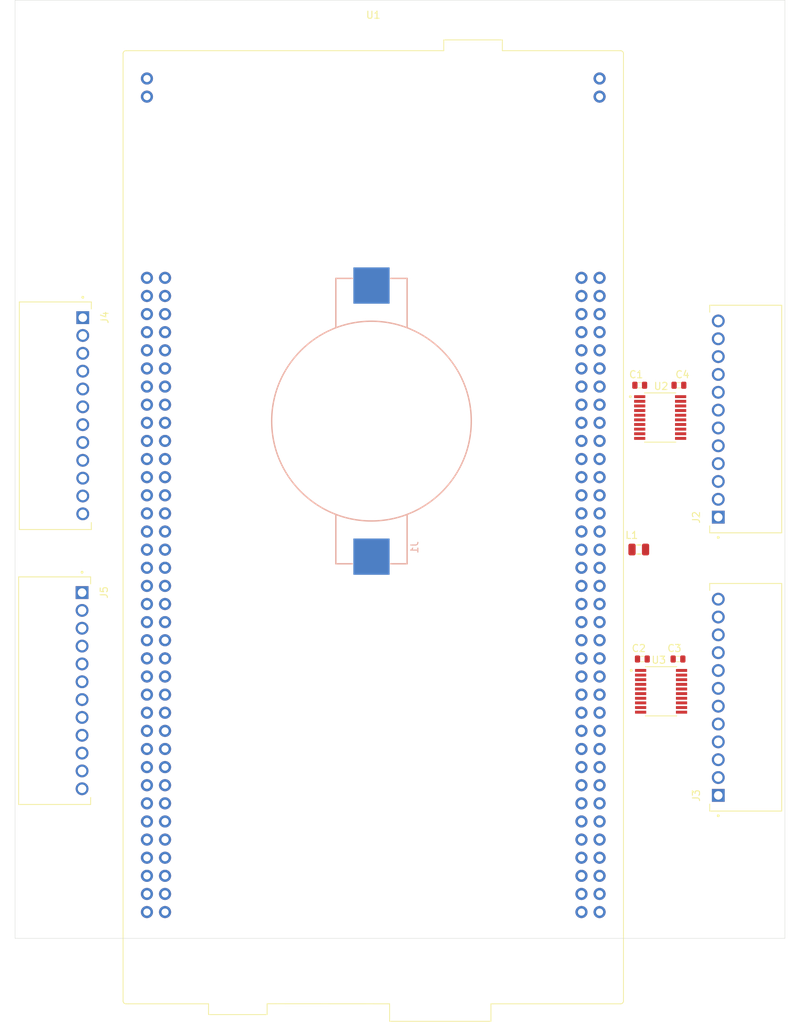
<source format=kicad_pcb>
(kicad_pcb (version 20240108) (generator "pcbnew") (generator_version "8.0")
  (layers (0 "F.Cu" signal) (31 "B.Cu" signal) (34 "B.Paste" user) (35 "F.Paste" user) (36 "B.SilkS" user "B.Silkscreen") (37 "F.SilkS" user "F.Silkscreen") (38 "B.Mask" user) (39 "F.Mask" user) (44 "Edge.Cuts" user))
  (net 0 "")
  (net 1 "GND")
  (net 2 "+3.3V")
  (net 3 "+5V")
  (net 4 "Net-(J1-+)")
  (net 5 "/Translator 5V/5V_GPIO7")
  (net 6 "/Translator 5V/5V_GPIO15")
  (net 7 "/Nucleo/3.3V_GPIO15")
  (net 8 "/Nucleo/3.3V_GPIO7")
  (net 9 "Net-(U1-AGND)")
  (net 137 "/Translator 5V/5V_GPIO3")
  (net 138 "/Nucleo/CV_GPIO7")
  (net 139 "/Nucleo/CV_GPIO6")
  (net 140 "/Nucleo/CV_GPIO2")
  (net 141 "/Nucleo/CV_GPIO3")
  (net 142 "/Translator 5V/5V_GPIO2")
  (net 143 "/Nucleo/CV_GPIO0")
  (net 144 "/Translator 5V/5V_GPIO5")
  (net 145 "/Nucleo/CV_GPIO5")
  (net 147 "/Translator 5V/5V_GPIO0")
  (net 148 "/Translator 5V/5V_GPIO6")
  (net 149 "/Nucleo/CV_GPIO4")
  (net 150 "/Translator 5V/5V_GPIO1")
  (net 151 "/Nucleo/CV_GPIO1")
  (net 152 "/Nucleo/CV_GPIO11")
  (net 153 "/Translator 5V/5V_GPIO14")
  (net 154 "/Nucleo/CV_GPIO15")
  (net 156 "/Nucleo/CV_GPIO13")
  (net 157 "/Translator 5V/5V_GPIO9")
  (net 158 "/Translator 5V/5V_GPIO8")
  (net 159 "/Translator 5V/5V_GPIO10")
  (net 160 "/Nucleo/CV_GPIO12")
  (net 161 "/Translator 5V/5V_GPIO13")
  (net 162 "/Nucleo/CV_GPIO8")
  (net 163 "/Translator 5V/5V_GPIO12")
  (net 164 "/Nucleo/CV_GPIO9")
  (net 165 "/Translator 5V/5V_GPIO11")
  (net 166 "/Nucleo/CV_GPIO14")
  (net 167 "/Nucleo/CV_GPIO10")
  (net 168 "/Nucleo/3.3V_GPIO9")
  (net 169 "/Nucleo/3.3V_GPIO8")
  (net 170 "/Nucleo/3.3V_GPIO14")
  (net 171 "/Nucleo/3.3V_GPIO12")
  (net 172 "/Nucleo/3.3V_GPIO13")
  (net 173 "/Nucleo/3.3V_GPIO10")
  (net 174 "/Nucleo/3.3V_GPIO11")
  (net 175 "/Nucleo/3.3V_GPIO6")
  (net 176 "/Nucleo/3.3V_GPIO5")
  (net 177 "/Nucleo/3.3V_GPIO0")
  (net 178 "/Nucleo/3.3V_GPIO1")
  (net 179 "/Nucleo/3.3V_GPIO2")
  (net 180 "/Nucleo/3.3V_GPIO4")
  (net 181 "/Nucleo/3.3V_GPIO3")
  (net 182 "/Translator 5V/5V_GPIO4")
  (footprint "Module:ST_Morpho_Connector_144_STLink" (layer "F.Cu") (at 123.5 57.42)
    (property "Reference" "U1" (at 31.75 -36.83 0) (layer "F.SilkS"))
    (property "Value" "NUCLEO144-H743ZI")
    (fp_line (start -3.35 -31.44) (end -3.35 101.36) (stroke (width 0.12)) (layer "F.SilkS"))
    (fp_line (start 8.64 101.76) (end -2.95 101.76) (stroke (width 0.12)) (layer "F.SilkS"))
    (fp_line (start 8.64 101.76) (end 8.64 103.27) (stroke (width 0.12)) (layer "F.SilkS"))
    (fp_line (start 8.64 103.27) (end 16.86 103.27) (stroke (width 0.12)) (layer "F.SilkS"))
    (fp_line (start 16.86 103.27) (end 16.86 101.75) (stroke (width 0.12)) (layer "F.SilkS"))
    (fp_line (start 34.04 101.76) (end 16.86 101.75) (stroke (width 0.12)) (layer "F.SilkS"))
    (fp_line (start 34.04 104.21) (end 34.04 101.76) (stroke (width 0.12)) (layer "F.SilkS"))
    (fp_line (start 41.64 -33.35) (end 49.86 -33.35) (stroke (width 0.12)) (layer "F.SilkS"))
    (fp_line (start 41.64 -31.84) (end -2.95 -31.84) (stroke (width 0.12)) (layer "F.SilkS"))
    (fp_line (start 41.64 -31.84) (end 41.64 -33.35) (stroke (width 0.12)) (layer "F.SilkS"))
    (fp_line (start 48.26 101.76) (end 48.26 104.21) (stroke (width 0.12)) (layer "F.SilkS"))
    (fp_line (start 48.26 101.76) (end 66.45 101.76) (stroke (width 0.12)) (layer "F.SilkS"))
    (fp_line (start 48.26 104.21) (end 34.04 104.21) (stroke (width 0.12)) (layer "F.SilkS"))
    (fp_line (start 49.86 -33.35) (end 49.86 -31.84) (stroke (width 0.12)) (layer "F.SilkS"))
    (fp_line (start 49.86 -31.84) (end 66.45 -31.84) (stroke (width 0.12)) (layer "F.SilkS"))
    (fp_line (start 66.85 101.36) (end 66.85 -31.44) (stroke (width 0.12)) (layer "F.SilkS"))
    (fp_arc (start -3.35 -31.44) (mid -3.232843 -31.722843) (end -2.95 -31.84) (stroke (width 0.12)) (layer "F.SilkS"))
    (fp_arc (start -2.95 101.76) (mid -3.232843 101.642843) (end -3.35 101.36) (stroke (width 0.12)) (layer "F.SilkS"))
    (fp_arc (start 66.45 -31.84) (mid 66.732843 -31.722843) (end 66.85 -31.44) (stroke (width 0.12)) (layer "F.SilkS"))
    (fp_arc (start 66.85 101.36) (mid 66.732843 101.642843) (end 66.45 101.76) (stroke (width 0.12)) (layer "F.SilkS"))
    (pad "1" thru_hole circle (at 0 0) (size 1.7 1.7) (drill 1) (layers "*.Cu" "*.Mask"))
    (pad "2" thru_hole circle (at 2.54 0) (size 1.7 1.7) (drill 1) (layers "*.Cu" "*.Mask"))
    (pad "3" thru_hole circle (at 0 2.54) (size 1.7 1.7) (drill 1) (layers "*.Cu" "*.Mask"))
    (pad "4" thru_hole circle (at 2.54 2.54) (size 1.7 1.7) (drill 1) (layers "*.Cu" "*.Mask"))
    (pad "5" thru_hole circle (at 0 5.08) (size 1.7 1.7) (drill 1) (layers "*.Cu" "*.Mask"))
    (pad "6" thru_hole circle (at 2.54 5.08) (size 1.7 1.7) (drill 1) (layers "*.Cu" "*.Mask"))
    (pad "7" thru_hole circle (at 0 7.62) (size 1.7 1.7) (drill 1) (layers "*.Cu" "*.Mask"))
    (pad "8" thru_hole circle (at 2.54 7.62) (size 1.7 1.7) (drill 1) (layers "*.Cu" "*.Mask") (net 1 "GND"))
    (pad "9" thru_hole circle (at 0 10.16) (size 1.7 1.7) (drill 1) (layers "*.Cu" "*.Mask"))
    (pad "10" thru_hole circle (at 2.54 10.16) (size 1.7 1.7) (drill 1) (layers "*.Cu" "*.Mask"))
    (pad "11" thru_hole circle (at 0 12.7) (size 1.7 1.7) (drill 1) (layers "*.Cu" "*.Mask"))
    (pad "12" thru_hole circle (at 2.54 12.7) (size 1.7 1.7) (drill 1) (layers "*.Cu" "*.Mask"))
    (pad "13" thru_hole circle (at 0 15.24) (size 1.7 1.7) (drill 1) (layers "*.Cu" "*.Mask"))
    (pad "14" thru_hole circle (at 2.54 15.24) (size 1.7 1.7) (drill 1) (layers "*.Cu" "*.Mask"))
    (pad "15" thru_hole circle (at 0 17.78) (size 1.7 1.7) (drill 1) (layers "*.Cu" "*.Mask"))
    (pad "16" thru_hole circle (at 2.54 17.78) (size 1.7 1.7) (drill 1) (layers "*.Cu" "*.Mask"))
    (pad "17" thru_hole circle (at 0 20.32) (size 1.7 1.7) (drill 1) (layers "*.Cu" "*.Mask"))
    (pad "18" thru_hole circle (at 2.54 20.32) (size 1.7 1.7) (drill 1) (layers "*.Cu" "*.Mask"))
    (pad "19" thru_hole circle (at 0 22.86) (size 1.7 1.7) (drill 1) (layers "*.Cu" "*.Mask") (net 1 "GND"))
    (pad "20" thru_hole circle (at 2.54 22.86) (size 1.7 1.7) (drill 1) (layers "*.Cu" "*.Mask") (net 1 "GND"))
    (pad "21" thru_hole circle (at 0 25.4) (size 1.7 1.7) (drill 1) (layers "*.Cu" "*.Mask"))
    (pad "22" thru_hole circle (at 2.54 25.4) (size 1.7 1.7) (drill 1) (layers "*.Cu" "*.Mask") (net 1 "GND"))
    (pad "23" thru_hole circle (at 0 27.94) (size 1.7 1.7) (drill 1) (layers "*.Cu" "*.Mask"))
    (pad "24" thru_hole circle (at 2.54 27.94) (size 1.7 1.7) (drill 1) (layers "*.Cu" "*.Mask"))
    (pad "25" thru_hole circle (at 0 30.48) (size 1.7 1.7) (drill 1) (layers "*.Cu" "*.Mask"))
    (pad "26" thru_hole circle (at 2.54 30.48) (size 1.7 1.7) (drill 1) (layers "*.Cu" "*.Mask"))
    (pad "27" thru_hole circle (at 0 33.02) (size 1.7 1.7) (drill 1) (layers "*.Cu" "*.Mask"))
    (pad "28" thru_hole circle (at 2.54 33.02) (size 1.7 1.7) (drill 1) (layers "*.Cu" "*.Mask"))
    (pad "29" thru_hole circle (at 0 35.56) (size 1.7 1.7) (drill 1) (layers "*.Cu" "*.Mask"))
    (pad "30" thru_hole circle (at 2.54 35.56) (size 1.7 1.7) (drill 1) (layers "*.Cu" "*.Mask"))
    (pad "31" thru_hole circle (at 0 38.1) (size 1.7 1.7) (drill 1) (layers "*.Cu" "*.Mask"))
    (pad "32" thru_hole circle (at 2.54 38.1) (size 1.7 1.7) (drill 1) (layers "*.Cu" "*.Mask"))
    (pad "33" thru_hole circle (at 0 40.64) (size 1.7 1.7) (drill 1) (layers "*.Cu" "*.Mask") (net 4 "Net-(J1-+)"))
    (pad "34" thru_hole circle (at 2.54 40.64) (size 1.7 1.7) (drill 1) (layers "*.Cu" "*.Mask"))
    (pad "35" thru_hole circle (at 0 43.18) (size 1.7 1.7) (drill 1) (layers "*.Cu" "*.Mask"))
    (pad "36" thru_hole circle (at 2.54 43.18) (size 1.7 1.7) (drill 1) (layers "*.Cu" "*.Mask"))
    (pad "37" thru_hole circle (at 0 45.72) (size 1.7 1.7) (drill 1) (layers "*.Cu" "*.Mask"))
    (pad "38" thru_hole circle (at 2.54 45.72) (size 1.7 1.7) (drill 1) (layers "*.Cu" "*.Mask"))
    (pad "39" thru_hole circle (at 0 48.26) (size 1.7 1.7) (drill 1) (layers "*.Cu" "*.Mask"))
    (pad "40" thru_hole circle (at 2.54 48.26) (size 1.7 1.7) (drill 1) (layers "*.Cu" "*.Mask"))
    (pad "41" thru_hole circle (at 0 50.8) (size 1.7 1.7) (drill 1) (layers "*.Cu" "*.Mask"))
    (pad "42" thru_hole circle (at 2.54 50.8) (size 1.7 1.7) (drill 1) (layers "*.Cu" "*.Mask"))
    (pad "43" thru_hole circle (at 0 53.34) (size 1.7 1.7) (drill 1) (layers "*.Cu" "*.Mask"))
    (pad "44" thru_hole circle (at 2.54 53.34) (size 1.7 1.7) (drill 1) (layers "*.Cu" "*.Mask"))
    (pad "45" thru_hole circle (at 0 55.88) (size 1.7 1.7) (drill 1) (layers "*.Cu" "*.Mask"))
    (pad "46" thru_hole circle (at 2.54 55.88) (size 1.7 1.7) (drill 1) (layers "*.Cu" "*.Mask"))
    (pad "47" thru_hole circle (at 0 58.42) (size 1.7 1.7) (drill 1) (layers "*.Cu" "*.Mask"))
    (pad "48" thru_hole circle (at 2.54 58.42) (size 1.7 1.7) (drill 1) (layers "*.Cu" "*.Mask"))
    (pad "49" thru_hole circle (at 0 60.96) (size 1.7 1.7) (drill 1) (layers "*.Cu" "*.Mask") (net 1 "GND"))
    (pad "50" thru_hole circle (at 2.54 60.96) (size 1.7 1.7) (drill 1) (layers "*.Cu" "*.Mask"))
    (pad "51" thru_hole circle (at 0 63.5) (size 1.7 1.7) (drill 1) (layers "*.Cu" "*.Mask"))
    (pad "52" thru_hole circle (at 2.54 63.5) (size 1.7 1.7) (drill 1) (layers "*.Cu" "*.Mask"))
    (pad "53" thru_hole circle (at 0 66.04) (size 1.7 1.7) (drill 1) (layers "*.Cu" "*.Mask"))
    (pad "54" thru_hole circle (at 2.54 66.04) (size 1.7 1.7) (drill 1) (layers "*.Cu" "*.Mask"))
    (pad "55" thru_hole circle (at 0 68.58) (size 1.7 1.7) (drill 1) (layers "*.Cu" "*.Mask"))
    (pad "56" thru_hole circle (at 2.54 68.58) (size 1.7 1.7) (drill 1) (layers "*.Cu" "*.Mask"))
    (pad "57" thru_hole circle (at 0 71.12) (size 1.7 1.7) (drill 1) (layers "*.Cu" "*.Mask"))
    (pad "58" thru_hole circle (at 2.54 71.12) (size 1.7 1.7) (drill 1) (layers "*.Cu" "*.Mask"))
    (pad "59" thru_hole circle (at 0 73.66) (size 1.7 1.7) (drill 1) (layers "*.Cu" "*.Mask"))
    (pad "60" thru_hole circle (at 2.54 73.66) (size 1.7 1.7) (drill 1) (layers "*.Cu" "*.Mask") (net 1 "GND"))
    (pad "61" thru_hole circle (at 0 76.2) (size 1.7 1.7) (drill 1) (layers "*.Cu" "*.Mask"))
    (pad "62" thru_hole circle (at 2.54 76.2) (size 1.7 1.7) (drill 1) (layers "*.Cu" "*.Mask"))
    (pad "63" thru_hole circle (at 0 78.74) (size 1.7 1.7) (drill 1) (layers "*.Cu" "*.Mask"))
    (pad "64" thru_hole circle (at 2.54 78.74) (size 1.7 1.7) (drill 1) (layers "*.Cu" "*.Mask"))
    (pad "65" thru_hole circle (at 0 81.28) (size 1.7 1.7) (drill 1) (layers "*.Cu" "*.Mask"))
    (pad "66" thru_hole circle (at 2.54 81.28) (size 1.7 1.7) (drill 1) (layers "*.Cu" "*.Mask"))
    (pad "67" thru_hole circle (at 0 83.82) (size 1.7 1.7) (drill 1) (layers "*.Cu" "*.Mask"))
    (pad "68" thru_hole circle (at 2.54 83.82) (size 1.7 1.7) (drill 1) (layers "*.Cu" "*.Mask"))
    (pad "69" thru_hole circle (at 0 86.36) (size 1.7 1.7) (drill 1) (layers "*.Cu" "*.Mask"))
    (pad "70" thru_hole circle (at 2.54 86.36) (size 1.7 1.7) (drill 1) (layers "*.Cu" "*.Mask"))
    (pad "71" thru_hole circle (at 0 88.9) (size 1.7 1.7) (drill 1) (layers "*.Cu" "*.Mask") (net 1 "GND"))
    (pad "72" thru_hole circle (at 2.54 88.9) (size 1.7 1.7) (drill 1) (layers "*.Cu" "*.Mask") (net 1 "GND"))
    (pad "73" thru_hole circle (at 60.96 0) (size 1.7 1.7) (drill 1) (layers "*.Cu" "*.Mask"))
    (pad "74" thru_hole circle (at 63.5 0) (size 1.7 1.7) (drill 1) (layers "*.Cu" "*.Mask"))
    (pad "75" thru_hole circle (at 60.96 2.54) (size 1.7 1.7) (drill 1) (layers "*.Cu" "*.Mask"))
    (pad "76" thru_hole circle (at 63.5 2.54) (size 1.7 1.7) (drill 1) (layers "*.Cu" "*.Mask"))
    (pad "77" thru_hole circle (at 60.96 5.08) (size 1.7 1.7) (drill 1) (layers "*.Cu" "*.Mask"))
    (pad "78" thru_hole circle (at 63.5 5.08) (size 1.7 1.7) (drill 1) (layers "*.Cu" "*.Mask"))
    (pad "79" thru_hole circle (at 60.96 7.62) (size 1.7 1.7) (drill 1) (layers "*.Cu" "*.Mask"))
    (pad "80" thru_hole circle (at 63.5 7.62) (size 1.7 1.7) (drill 1) (layers "*.Cu" "*.Mask"))
    (pad "81" thru_hole circle (at 60.96 10.16) (size 1.7 1.7) (drill 1) (layers "*.Cu" "*.Mask") (net 1 "GND"))
    (pad "82" thru_hole circle (at 63.5 10.16) (size 1.7 1.7) (drill 1) (layers "*.Cu" "*.Mask"))
    (pad "83" thru_hole circle (at 60.96 12.7) (size 1.7 1.7) (drill 1) (layers "*.Cu" "*.Mask"))
    (pad "84" thru_hole circle (at 63.5 12.7) (size 1.7 1.7) (drill 1) (layers "*.Cu" "*.Mask"))
    (pad "85" thru_hole circle (at 60.96 15.24) (size 1.7 1.7) (drill 1) (layers "*.Cu" "*.Mask"))
    (pad "86" thru_hole circle (at 63.5 15.24) (size 1.7 1.7) (drill 1) (layers "*.Cu" "*.Mask"))
    (pad "87" thru_hole circle (at 60.96 17.78) (size 1.7 1.7) (drill 1) (layers "*.Cu" "*.Mask"))
    (pad "88" thru_hole circle (at 63.5 17.78) (size 1.7 1.7) (drill 1) (layers "*.Cu" "*.Mask"))
    (pad "89" thru_hole circle (at 60.96 20.32) (size 1.7 1.7) (drill 1) (layers "*.Cu" "*.Mask"))
    (pad "90" thru_hole circle (at 63.5 20.32) (size 1.7 1.7) (drill 1) (layers "*.Cu" "*.Mask"))
    (pad "91" thru_hole circle (at 60.96 22.86) (size 1.7 1.7) (drill 1) (layers "*.Cu" "*.Mask"))
    (pad "92" thru_hole circle (at 63.5 22.86) (size 1.7 1.7) (drill 1) (layers "*.Cu" "*.Mask") (net 1 "GND"))
    (pad "93" thru_hole circle (at 60.96 25.4) (size 1.7 1.7) (drill 1) (layers "*.Cu" "*.Mask"))
    (pad "94" thru_hole circle (at 63.5 25.4) (size 1.7 1.7) (drill 1) (layers "*.Cu" "*.Mask"))
    (pad "95" thru_hole circle (at 60.96 27.94) (size 1.7 1.7) (drill 1) (layers "*.Cu" "*.Mask"))
    (pad "96" thru_hole circle (at 63.5 27.94) (size 1.7 1.7) (drill 1) (layers "*.Cu" "*.Mask"))
    (pad "97" thru_hole circle (at 60.96 30.48) (size 1.7 1.7) (drill 1) (layers "*.Cu" "*.Mask"))
    (pad "98" thru_hole circle (at 63.5 30.48) (size 1.7 1.7) (drill 1) (layers "*.Cu" "*.Mask"))
    (pad "99" thru_hole circle (at 60.96 33.02) (size 1.7 1.7) (drill 1) (layers "*.Cu" "*.Mask"))
    (pad "100" thru_hole circle (at 63.5 33.02) (size 1.7 1.7) (drill 1) (layers "*.Cu" "*.Mask"))
    (pad "101" thru_hole circle (at 60.96 35.56) (size 1.7 1.7) (drill 1) (layers "*.Cu" "*.Mask"))
    (pad "102" thru_hole circle (at 63.5 35.56) (size 1.7 1.7) (drill 1) (layers "*.Cu" "*.Mask"))
    (pad "103" thru_hole circle (at 60.96 38.1) (size 1.7 1.7) (drill 1) (layers "*.Cu" "*.Mask"))
    (pad "104" thru_hole circle (at 63.5 38.1) (size 1.7 1.7) (drill 1) (layers "*.Cu" "*.Mask") (net 9 "Net-(U1-AGND)"))
    (pad "105" thru_hole circle (at 60.96 40.64) (size 1.7 1.7) (drill 1) (layers "*.Cu" "*.Mask"))
    (pad "106" thru_hole circle (at 63.5 40.64) (size 1.7 1.7) (drill 1) (layers "*.Cu" "*.Mask"))
    (pad "107" thru_hole circle (at 60.96 43.18) (size 1.7 1.7) (drill 1) (layers "*.Cu" "*.Mask"))
    (pad "108" thru_hole circle (at 63.5 43.18) (size 1.7 1.7) (drill 1) (layers "*.Cu" "*.Mask"))
    (pad "109" thru_hole circle (at 60.96 45.72) (size 1.7 1.7) (drill 1) (layers "*.Cu" "*.Mask"))
    (pad "110" thru_hole circle (at 63.5 45.72) (size 1.7 1.7) (drill 1) (layers "*.Cu" "*.Mask"))
    (pad "111" thru_hole circle (at 60.96 48.26) (size 1.7 1.7) (drill 1) (layers "*.Cu" "*.Mask") (net 1 "GND"))
    (pad "112" thru_hole circle (at 63.5 48.26) (size 1.7 1.7) (drill 1) (layers "*.Cu" "*.Mask"))
    (pad "113" thru_hole circle (at 60.96 50.8) (size 1.7 1.7) (drill 1) (layers "*.Cu" "*.Mask"))
    (pad "114" thru_hole circle (at 63.5 50.8) (size 1.7 1.7) (drill 1) (layers "*.Cu" "*.Mask"))
    (pad "115" thru_hole circle (at 60.96 53.34) (size 1.7 1.7) (drill 1) (layers "*.Cu" "*.Mask"))
    (pad "116" thru_hole circle (at 63.5 53.34) (size 1.7 1.7) (drill 1) (layers "*.Cu" "*.Mask"))
    (pad "117" thru_hole circle (at 60.96 55.88) (size 1.7 1.7) (drill 1) (layers "*.Cu" "*.Mask"))
    (pad "118" thru_hole circle (at 63.5 55.88) (size 1.7 1.7) (drill 1) (layers "*.Cu" "*.Mask"))
    (pad "119" thru_hole circle (at 60.96 58.42) (size 1.7 1.7) (drill 1) (layers "*.Cu" "*.Mask"))
    (pad "120" thru_hole circle (at 63.5 58.42) (size 1.7 1.7) (drill 1) (layers "*.Cu" "*.Mask"))
    (pad "121" thru_hole circle (at 60.96 60.96) (size 1.7 1.7) (drill 1) (layers "*.Cu" "*.Mask"))
    (pad "122" thru_hole circle (at 63.5 60.96) (size 1.7 1.7) (drill 1) (layers "*.Cu" "*.Mask"))
    (pad "123" thru_hole circle (at 60.96 63.5) (size 1.7 1.7) (drill 1) (layers "*.Cu" "*.Mask"))
    (pad "124" thru_hole circle (at 63.5 63.5) (size 1.7 1.7) (drill 1) (layers "*.Cu" "*.Mask"))
    (pad "125" thru_hole circle (at 60.96 66.04) (size 1.7 1.7) (drill 1) (layers "*.Cu" "*.Mask"))
    (pad "126" thru_hole circle (at 63.5 66.04) (size 1.7 1.7) (drill 1) (layers "*.Cu" "*.Mask") (net 1 "GND"))
    (pad "127" thru_hole circle (at 60.96 68.58) (size 1.7 1.7) (drill 1) (layers "*.Cu" "*.Mask"))
    (pad "128" thru_hole circle (at 63.5 68.58) (size 1.7 1.7) (drill 1) (layers "*.Cu" "*.Mask"))
    (pad "129" thru_hole circle (at 60.96 71.12) (size 1.7 1.7) (drill 1) (layers "*.Cu" "*.Mask"))
    (pad "130" thru_hole circle (at 63.5 71.12) (size 1.7 1.7) (drill 1) (layers "*.Cu" "*.Mask"))
    (pad "131" thru_hole circle (at 60.96 73.66) (size 1.7 1.7) (drill 1) (layers "*.Cu" "*.Mask"))
    (pad "132" thru_hole circle (at 63.5 73.66) (size 1.7 1.7) (drill 1) (layers "*.Cu" "*.Mask"))
    (pad "133" thru_hole circle (at 60.96 76.2) (size 1.7 1.7) (drill 1) (layers "*.Cu" "*.Mask"))
    (pad "134" thru_hole circle (at 63.5 76.2) (size 1.7 1.7) (drill 1) (layers "*.Cu" "*.Mask"))
    (pad "135" thru_hole circle (at 60.96 78.74) (size 1.7 1.7) (drill 1) (layers "*.Cu" "*.Mask") (net 1 "GND"))
    (pad "136" thru_hole circle (at 63.5 78.74) (size 1.7 1.7) (drill 1) (layers "*.Cu" "*.Mask"))
    (pad "137" thru_hole circle (at 60.96 81.28) (size 1.7 1.7) (drill 1) (layers "*.Cu" "*.Mask"))
    (pad "138" thru_hole circle (at 63.5 81.28) (size 1.7 1.7) (drill 1) (layers "*.Cu" "*.Mask"))
    (pad "139" thru_hole circle (at 60.96 83.82) (size 1.7 1.7) (drill 1) (layers "*.Cu" "*.Mask"))
    (pad "140" thru_hole circle (at 63.5 83.82) (size 1.7 1.7) (drill 1) (layers "*.Cu" "*.Mask"))
    (pad "141" thru_hole circle (at 60.96 86.36) (size 1.7 1.7) (drill 1) (layers "*.Cu" "*.Mask"))
    (pad "142" thru_hole circle (at 63.5 86.36) (size 1.7 1.7) (drill 1) (layers "*.Cu" "*.Mask"))
    (pad "143" thru_hole circle (at 60.96 88.9) (size 1.7 1.7) (drill 1) (layers "*.Cu" "*.Mask") (net 1 "GND"))
    (pad "144" thru_hole circle (at 63.5 88.9) (size 1.7 1.7) (drill 1) (layers "*.Cu" "*.Mask") (net 1 "GND"))
    (pad "145" thru_hole circle (at 0 -27.94) (size 1.7 1.7) (drill 1) (layers "*.Cu" "*.Mask"))
    (pad "146" thru_hole circle (at 0 -25.4) (size 1.7 1.7) (drill 1) (layers "*.Cu" "*.Mask"))
    (pad "147" thru_hole circle (at 63.5 -27.94) (size 1.7 1.7) (drill 1) (layers "*.Cu" "*.Mask"))
    (pad "148" thru_hole circle (at 63.5 -25.4) (size 1.7 1.7) (drill 1) (layers "*.Cu" "*.Mask"))
  )
  (footprint "AVR-KiCAD-Lib-Capacitors:C0603" (layer "F.Cu") (at 198.13 72.475)
    (property "Reference" "C4" (at 0.5 -1.5 360) (layer "F.SilkS"))
    (property "Value" "CGA3E2X7R1H104K080AA" (hide yes))
    (fp_line (start -0.254 -0.381) (end 0.254 -0.381) (stroke (width 0.1)) (layer "F.SilkS"))
    (fp_line (start -0.254 0.381) (end 0.254 0.381) (stroke (width 0.1)) (layer "F.SilkS"))
    (pad "1" smd roundrect (at -0.68 0) (size 0.74 1) (layers "F.Cu" "F.Paste" "F.Mask") (net 3 "+5V"))
    (pad "2" smd roundrect (at 0.68 0) (size 0.74 1) (layers "F.Cu" "F.Paste" "F.Mask") (net 1 "GND"))
  )
  (footprint "AVR-KiCAD-Lib-Connectors:PHOENIX_1881545" (layer "F.Cu") (at 105.5 99.3375 -90)
    (property "Reference" "J5" (at 2.175 -11.985 90) (layer "F.SilkS"))
    (property "Value" "1881545" (hide yes))
    (fp_line (start 0 0) (end 31.9 0) (stroke (width 0.127)) (layer "F.SilkS"))
    (fp_line (start 0 0) (end 0 -10.1) (stroke (width 0.127)) (layer "F.SilkS"))
    (fp_line (start 0 -10.1) (end 0.98 -10.1) (stroke (width 0.127)) (layer "F.SilkS"))
    (fp_line (start 30.92 -10.1) (end 31.9 -10.1) (stroke (width 0.127)) (layer "F.SilkS"))
    (fp_line (start 31.9 -10.1) (end 31.9 0) (stroke (width 0.127)) (layer "F.SilkS"))
    (fp_circle (center -0.65 -8.9) (end -0.55 -8.9) (stroke (width 0.2)) (fill none) (layer "F.SilkS"))
    (pad "1" thru_hole rect (at 2.2 -8.9 270) (size 1.8 1.8) (drill 1.2) (layers "*.Cu" "*.Mask") (net 177 "/Nucleo/3.3V_GPIO0"))
    (pad "2" thru_hole circle (at 4.7 -8.9 270) (size 1.8 1.8) (drill 1.2) (layers "*.Cu" "*.Mask") (net 178 "/Nucleo/3.3V_GPIO1"))
    (pad "3" thru_hole circle (at 7.2 -8.9 270) (size 1.8 1.8) (drill 1.2) (layers "*.Cu" "*.Mask") (net 179 "/Nucleo/3.3V_GPIO2"))
    (pad "4" thru_hole circle (at 9.7 -8.9 270) (size 1.8 1.8) (drill 1.2) (layers "*.Cu" "*.Mask") (net 181 "/Nucleo/3.3V_GPIO3"))
    (pad "5" thru_hole circle (at 12.2 -8.9 270) (size 1.8 1.8) (drill 1.2) (layers "*.Cu" "*.Mask") (net 1 "GND"))
    (pad "6" thru_hole circle (at 14.7 -8.9 270) (size 1.8 1.8) (drill 1.2) (layers "*.Cu" "*.Mask") (net 1 "GND"))
    (pad "7" thru_hole circle (at 17.2 -8.9 270) (size 1.8 1.8) (drill 1.2) (layers "*.Cu" "*.Mask") (net 180 "/Nucleo/3.3V_GPIO4"))
    (pad "8" thru_hole circle (at 19.7 -8.9 270) (size 1.8 1.8) (drill 1.2) (layers "*.Cu" "*.Mask") (net 176 "/Nucleo/3.3V_GPIO5"))
    (pad "9" thru_hole circle (at 22.2 -8.9 270) (size 1.8 1.8) (drill 1.2) (layers "*.Cu" "*.Mask") (net 175 "/Nucleo/3.3V_GPIO6"))
    (pad "10" thru_hole circle (at 24.7 -8.9 270) (size 1.8 1.8) (drill 1.2) (layers "*.Cu" "*.Mask") (net 8 "/Nucleo/3.3V_GPIO7"))
    (pad "11" thru_hole circle (at 27.2 -8.9 270) (size 1.8 1.8) (drill 1.2) (layers "*.Cu" "*.Mask") (net 1 "GND"))
    (pad "12" thru_hole circle (at 29.7 -8.9 270) (size 1.8 1.8) (drill 1.2) (layers "*.Cu" "*.Mask") (net 1 "GND"))
  )
  (footprint "AVR-KiCAD-Lib-Capacitors:C0603" (layer "F.Cu") (at 193 110.85 180)
    (property "Reference" "C2" (at 0.5 1.5 180) (layer "F.SilkS"))
    (property "Value" "CGA3E2X7R1H104K080AA" (hide yes))
    (fp_line (start -0.254 0.381) (end 0.254 0.381) (stroke (width 0.1)) (layer "F.SilkS"))
    (fp_line (start -0.254 -0.381) (end 0.254 -0.381) (stroke (width 0.1)) (layer "F.SilkS"))
    (pad "1" smd roundrect (at -0.68 0 180) (size 0.74 1) (layers "F.Cu" "F.Paste" "F.Mask") (net 2 "+3.3V"))
    (pad "2" smd roundrect (at 0.68 0 180) (size 0.74 1) (layers "F.Cu" "F.Paste" "F.Mask") (net 1 "GND"))
  )
  (footprint "AVR-KiCAD-Lib-Capacitors:C0603" (layer "F.Cu") (at 198 110.85)
    (property "Reference" "C3" (at -0.5 -1.5 0) (layer "F.SilkS"))
    (property "Value" "CGA3E2X7R1H104K080AA" (hide yes))
    (fp_line (start -0.254 -0.381) (end 0.254 -0.381) (stroke (width 0.1)) (layer "F.SilkS"))
    (fp_line (start -0.254 0.381) (end 0.254 0.381) (stroke (width 0.1)) (layer "F.SilkS"))
    (pad "1" smd roundrect (at -0.68 0) (size 0.74 1) (layers "F.Cu" "F.Paste" "F.Mask") (net 3 "+5V"))
    (pad "2" smd roundrect (at 0.68 0) (size 0.74 1) (layers "F.Cu" "F.Paste" "F.Mask") (net 1 "GND"))
  )
  (footprint "AVR-KiCAD-Lib-ICs:SOP65P640X120-20N" (layer "F.Cu") (at 195.5 77)
    (property "Reference" "U2" (at 0.13 -4.385 0) (layer "F.SilkS"))
    (property "Value" "TXS0108EPWR" (hide yes))
    (fp_line (start -2.2 -3.45) (end 2.2 -3.45) (stroke (width 0.127)) (layer "F.SilkS"))
    (fp_line (start -2.2 3.45) (end 2.2 3.45) (stroke (width 0.127)) (layer "F.SilkS"))
    (fp_circle (center -4.19 -2.925) (end -4.09 -2.925) (stroke (width 0.2)) (fill none) (layer "F.SilkS"))
    (pad "1" smd roundrect (at -2.87 -2.925) (size 1.57 0.41) (layers "F.Cu" "F.Paste" "F.Mask") (roundrect_rratio 0.05) (net 143 "/Nucleo/CV_GPIO0"))
    (pad "2" smd roundrect (at -2.87 -2.275) (size 1.57 0.41) (layers "F.Cu" "F.Paste" "F.Mask") (roundrect_rratio 0.05) (net 2 "+3.3V"))
    (pad "3" smd roundrect (at -2.87 -1.625) (size 1.57 0.41) (layers "F.Cu" "F.Paste" "F.Mask") (roundrect_rratio 0.05) (net 151 "/Nucleo/CV_GPIO1"))
    (pad "4" smd roundrect (at -2.87 -0.975) (size 1.57 0.41) (layers "F.Cu" "F.Paste" "F.Mask") (roundrect_rratio 0.05) (net 140 "/Nucleo/CV_GPIO2"))
    (pad "5" smd roundrect (at -2.87 -0.325) (size 1.57 0.41) (layers "F.Cu" "F.Paste" "F.Mask") (roundrect_rratio 0.05) (net 141 "/Nucleo/CV_GPIO3"))
    (pad "6" smd roundrect (at -2.87 0.325) (size 1.57 0.41) (layers "F.Cu" "F.Paste" "F.Mask") (roundrect_rratio 0.05) (net 149 "/Nucleo/CV_GPIO4"))
    (pad "7" smd roundrect (at -2.87 0.975) (size 1.57 0.41) (layers "F.Cu" "F.Paste" "F.Mask") (roundrect_rratio 0.05) (net 145 "/Nucleo/CV_GPIO5"))
    (pad "8" smd roundrect (at -2.87 1.625) (size 1.57 0.41) (layers "F.Cu" "F.Paste" "F.Mask") (roundrect_rratio 0.05) (net 139 "/Nucleo/CV_GPIO6"))
    (pad "9" smd roundrect (at -2.87 2.275) (size 1.57 0.41) (layers "F.Cu" "F.Paste" "F.Mask") (roundrect_rratio 0.05) (net 138 "/Nucleo/CV_GPIO7"))
    (pad "10" smd roundrect (at -2.87 2.925) (size 1.57 0.41) (layers "F.Cu" "F.Paste" "F.Mask") (roundrect_rratio 0.05))
    (pad "11" smd roundrect (at 2.87 2.925) (size 1.57 0.41) (layers "F.Cu" "F.Paste" "F.Mask") (roundrect_rratio 0.05) (net 1 "GND"))
    (pad "12" smd roundrect (at 2.87 2.275) (size 1.57 0.41) (layers "F.Cu" "F.Paste" "F.Mask") (roundrect_rratio 0.05) (net 5 "/Translator 5V/5V_GPIO7"))
    (pad "13" smd roundrect (at 2.87 1.625) (size 1.57 0.41) (layers "F.Cu" "F.Paste" "F.Mask") (roundrect_rratio 0.05) (net 148 "/Translator 5V/5V_GPIO6"))
    (pad "14" smd roundrect (at 2.87 0.975) (size 1.57 0.41) (layers "F.Cu" "F.Paste" "F.Mask") (roundrect_rratio 0.05) (net 144 "/Translator 5V/5V_GPIO5"))
    (pad "15" smd roundrect (at 2.87 0.325) (size 1.57 0.41) (layers "F.Cu" "F.Paste" "F.Mask") (roundrect_rratio 0.05) (net 182 "/Translator 5V/5V_GPIO4"))
    (pad "16" smd roundrect (at 2.87 -0.325) (size 1.57 0.41) (layers "F.Cu" "F.Paste" "F.Mask") (roundrect_rratio 0.05) (net 137 "/Translator 5V/5V_GPIO3"))
    (pad "17" smd roundrect (at 2.87 -0.975) (size 1.57 0.41) (layers "F.Cu" "F.Paste" "F.Mask") (roundrect_rratio 0.05) (net 142 "/Translator 5V/5V_GPIO2"))
    (pad "18" smd roundrect (at 2.87 -1.625) (size 1.57 0.41) (layers "F.Cu" "F.Paste" "F.Mask") (roundrect_rratio 0.05) (net 150 "/Translator 5V/5V_GPIO1"))
    (pad "19" smd roundrect (at 2.87 -2.275) (size 1.57 0.41) (layers "F.Cu" "F.Paste" "F.Mask") (roundrect_rratio 0.05) (net 3 "+5V"))
    (pad "20" smd roundrect (at 2.87 -2.925) (size 1.57 0.41) (layers "F.Cu" "F.Paste" "F.Mask") (roundrect_rratio 0.05) (net 147 "/Translator 5V/5V_GPIO0"))
  )
  (footprint "AVR-KiCAD-Lib-Capacitors:C0603" (layer "F.Cu") (at 192.63 72.475 180)
    (property "Reference" "C1" (at 0.5 1.5 180) (layer "F.SilkS"))
    (property "Value" "CGA3E2X7R1H104K080AA" (hide yes))
    (fp_line (start -0.254 0.381) (end 0.254 0.381) (stroke (width 0.1)) (layer "F.SilkS"))
    (fp_line (start -0.254 -0.381) (end 0.254 -0.381) (stroke (width 0.1)) (layer "F.SilkS"))
    (pad "1" smd roundrect (at -0.68 0 180) (size 0.74 1) (layers "F.Cu" "F.Paste" "F.Mask") (net 2 "+3.3V"))
    (pad "2" smd roundrect (at 0.68 0 180) (size 0.74 1) (layers "F.Cu" "F.Paste" "F.Mask") (net 1 "GND"))
  )
  (footprint "AVR-KiCAD-Lib-Connectors:PHOENIX_1881545" (layer "F.Cu") (at 212.55 93.1625 90)
    (property "Reference" "J2" (at 2.175 -11.985 -90) (layer "F.SilkS"))
    (property "Value" "1881545")
    (fp_line (start 31.9 -10.1) (end 31.9 0) (stroke (width 0.127)) (layer "F.SilkS"))
    (fp_line (start 30.92 -10.1) (end 31.9 -10.1) (stroke (width 0.127)) (layer "F.SilkS"))
    (fp_line (start 0 -10.1) (end 0.98 -10.1) (stroke (width 0.127)) (layer "F.SilkS"))
    (fp_line (start 0 0) (end 0 -10.1) (stroke (width 0.127)) (layer "F.SilkS"))
    (fp_line (start 0 0) (end 31.9 0) (stroke (width 0.127)) (layer "F.SilkS"))
    (fp_circle (center -0.65 -8.9) (end -0.55 -8.9) (stroke (width 0.2)) (fill none) (layer "F.SilkS"))
    (pad "1" thru_hole rect (at 2.2 -8.9 90) (size 1.8 1.8) (drill 1.2) (layers "*.Cu" "*.Mask") (net 1 "GND"))
    (pad "2" thru_hole circle (at 4.7 -8.9 90) (size 1.8 1.8) (drill 1.2) (layers "*.Cu" "*.Mask") (net 1 "GND"))
    (pad "3" thru_hole circle (at 7.2 -8.9 90) (size 1.8 1.8) (drill 1.2) (layers "*.Cu" "*.Mask") (net 5 "/Translator 5V/5V_GPIO7"))
    (pad "4" thru_hole circle (at 9.7 -8.9 90) (size 1.8 1.8) (drill 1.2) (layers "*.Cu" "*.Mask") (net 148 "/Translator 5V/5V_GPIO6"))
    (pad "5" thru_hole circle (at 12.2 -8.9 90) (size 1.8 1.8) (drill 1.2) (layers "*.Cu" "*.Mask") (net 144 "/Translator 5V/5V_GPIO5"))
    (pad "6" thru_hole circle (at 14.7 -8.9 90) (size 1.8 1.8) (drill 1.2) (layers "*.Cu" "*.Mask") (net 182 "/Translator 5V/5V_GPIO4"))
    (pad "7" thru_hole circle (at 17.2 -8.9 90) (size 1.8 1.8) (drill 1.2) (layers "*.Cu" "*.Mask") (net 1 "GND"))
    (pad "8" thru_hole circle (at 19.7 -8.9 90) (size 1.8 1.8) (drill 1.2) (layers "*.Cu" "*.Mask") (net 1 "GND"))
    (pad "9" thru_hole circle (at 22.2 -8.9 90) (size 1.8 1.8) (drill 1.2) (layers "*.Cu" "*.Mask") (net 137 "/Translator 5V/5V_GPIO3"))
    (pad "10" thru_hole circle (at 24.7 -8.9 90) (size 1.8 1.8) (drill 1.2) (layers "*.Cu" "*.Mask") (net 142 "/Translator 5V/5V_GPIO2"))
    (pad "11" thru_hole circle (at 27.2 -8.9 90) (size 1.8 1.8) (drill 1.2) (layers "*.Cu" "*.Mask") (net 150 "/Translator 5V/5V_GPIO1"))
    (pad "12" thru_hole circle (at 29.7 -8.9 90) (size 1.8 1.8) (drill 1.2) (layers "*.Cu" "*.Mask") (net 147 "/Translator 5V/5V_GPIO0"))
  )
  (footprint "AVR-KiCAD-Lib-ICs:SOP65P640X120-20N" (layer "F.Cu") (at 195.63 115.375)
    (property "Reference" "U3" (at -0.325 -4.385 0) (layer "F.SilkS"))
    (property "Value" "TXS0108EPWR" (hide yes))
    (fp_line (start -2.2 -3.45) (end 2.2 -3.45) (stroke (width 0.127)) (layer "F.SilkS"))
    (fp_line (start -2.2 3.45) (end 2.2 3.45) (stroke (width 0.127)) (layer "F.SilkS"))
    (fp_circle (center -4.19 -2.925) (end -4.09 -2.925) (stroke (width 0.2)) (fill none) (layer "F.SilkS"))
    (pad "1" smd roundrect (at -2.87 -2.925) (size 1.57 0.41) (layers "F.Cu" "F.Paste" "F.Mask") (roundrect_rratio 0.05) (net 162 "/Nucleo/CV_GPIO8"))
    (pad "2" smd roundrect (at -2.87 -2.275) (size 1.57 0.41) (layers "F.Cu" "F.Paste" "F.Mask") (roundrect_rratio 0.05) (net 2 "+3.3V"))
    (pad "3" smd roundrect (at -2.87 -1.625) (size 1.57 0.41) (layers "F.Cu" "F.Paste" "F.Mask") (roundrect_rratio 0.05) (net 164 "/Nucleo/CV_GPIO9"))
    (pad "4" smd roundrect (at -2.87 -0.975) (size 1.57 0.41) (layers "F.Cu" "F.Paste" "F.Mask") (roundrect_rratio 0.05) (net 167 "/Nucleo/CV_GPIO10"))
    (pad "5" smd roundrect (at -2.87 -0.325) (size 1.57 0.41) (layers "F.Cu" "F.Paste" "F.Mask") (roundrect_rratio 0.05) (net 152 "/Nucleo/CV_GPIO11"))
    (pad "6" smd roundrect (at -2.87 0.325) (size 1.57 0.41) (layers "F.Cu" "F.Paste" "F.Mask") (roundrect_rratio 0.05) (net 160 "/Nucleo/CV_GPIO12"))
    (pad "7" smd roundrect (at -2.87 0.975) (size 1.57 0.41) (layers "F.Cu" "F.Paste" "F.Mask") (roundrect_rratio 0.05) (net 156 "/Nucleo/CV_GPIO13"))
    (pad "8" smd roundrect (at -2.87 1.625) (size 1.57 0.41) (layers "F.Cu" "F.Paste" "F.Mask") (roundrect_rratio 0.05) (net 166 "/Nucleo/CV_GPIO14"))
    (pad "9" smd roundrect (at -2.87 2.275) (size 1.57 0.41) (layers "F.Cu" "F.Paste" "F.Mask") (roundrect_rratio 0.05) (net 154 "/Nucleo/CV_GPIO15"))
    (pad "10" smd roundrect (at -2.87 2.925) (size 1.57 0.41) (layers "F.Cu" "F.Paste" "F.Mask") (roundrect_rratio 0.05))
    (pad "11" smd roundrect (at 2.87 2.925) (size 1.57 0.41) (layers "F.Cu" "F.Paste" "F.Mask") (roundrect_rratio 0.05) (net 1 "GND"))
    (pad "12" smd roundrect (at 2.87 2.275) (size 1.57 0.41) (layers "F.Cu" "F.Paste" "F.Mask") (roundrect_rratio 0.05) (net 6 "/Translator 5V/5V_GPIO15"))
    (pad "13" smd roundrect (at 2.87 1.625) (size 1.57 0.41) (layers "F.Cu" "F.Paste" "F.Mask") (roundrect_rratio 0.05) (net 153 "/Translator 5V/5V_GPIO14"))
    (pad "14" smd roundrect (at 2.87 0.975) (size 1.57 0.41) (layers "F.Cu" "F.Paste" "F.Mask") (roundrect_rratio 0.05) (net 161 "/Translator 5V/5V_GPIO13"))
    (pad "15" smd roundrect (at 2.87 0.325) (size 1.57 0.41) (layers "F.Cu" "F.Paste" "F.Mask") (roundrect_rratio 0.05) (net 163 "/Translator 5V/5V_GPIO12"))
    (pad "16" smd roundrect (at 2.87 -0.325) (size 1.57 0.41) (layers "F.Cu" "F.Paste" "F.Mask") (roundrect_rratio 0.05) (net 165 "/Translator 5V/5V_GPIO11"))
    (pad "17" smd roundrect (at 2.87 -0.975) (size 1.57 0.41) (layers "F.Cu" "F.Paste" "F.Mask") (roundrect_rratio 0.05) (net 159 "/Translator 5V/5V_GPIO10"))
    (pad "18" smd roundrect (at 2.87 -1.625) (size 1.57 0.41) (layers "F.Cu" "F.Paste" "F.Mask") (roundrect_rratio 0.05) (net 157 "/Translator 5V/5V_GPIO9"))
    (pad "19" smd roundrect (at 2.87 -2.275) (size 1.57 0.41) (layers "F.Cu" "F.Paste" "F.Mask") (roundrect_rratio 0.05) (net 3 "+5V"))
    (pad "20" smd roundrect (at 2.87 -2.925) (size 1.57 0.41) (layers "F.Cu" "F.Paste" "F.Mask") (roundrect_rratio 0.05) (net 158 "/Translator 5V/5V_GPIO8"))
  )
  (footprint "AVR-KiCAD-Lib-Connectors:PHOENIX_1881545" (layer "F.Cu") (at 212.55 132.1625 90)
    (property "Reference" "J3" (at 2.175 -11.985 -90) (layer "F.SilkS"))
    (property "Value" "1881545")
    (fp_line (start 31.9 -10.1) (end 31.9 0) (stroke (width 0.127)) (layer "F.SilkS"))
    (fp_line (start 30.92 -10.1) (end 31.9 -10.1) (stroke (width 0.127)) (layer "F.SilkS"))
    (fp_line (start 0 -10.1) (end 0.98 -10.1) (stroke (width 0.127)) (layer "F.SilkS"))
    (fp_line (start 0 0) (end 0 -10.1) (stroke (width 0.127)) (layer "F.SilkS"))
    (fp_line (start 0 0) (end 31.9 0) (stroke (width 0.127)) (layer "F.SilkS"))
    (fp_circle (center -0.65 -8.9) (end -0.55 -8.9) (stroke (width 0.2)) (fill none) (layer "F.SilkS"))
    (pad "1" thru_hole rect (at 2.2 -8.9 90) (size 1.8 1.8) (drill 1.2) (layers "*.Cu" "*.Mask") (net 1 "GND"))
    (pad "2" thru_hole circle (at 4.7 -8.9 90) (size 1.8 1.8) (drill 1.2) (layers "*.Cu" "*.Mask") (net 1 "GND"))
    (pad "3" thru_hole circle (at 7.2 -8.9 90) (size 1.8 1.8) (drill 1.2) (layers "*.Cu" "*.Mask") (net 6 "/Translator 5V/5V_GPIO15"))
    (pad "4" thru_hole circle (at 9.7 -8.9 90) (size 1.8 1.8) (drill 1.2) (layers "*.Cu" "*.Mask") (net 153 "/Translator 5V/5V_GPIO14"))
    (pad "5" thru_hole circle (at 12.2 -8.9 90) (size 1.8 1.8) (drill 1.2) (layers "*.Cu" "*.Mask") (net 161 "/Translator 5V/5V_GPIO13"))
    (pad "6" thru_hole circle (at 14.7 -8.9 90) (size 1.8 1.8) (drill 1.2) (layers "*.Cu" "*.Mask") (net 163 "/Translator 5V/5V_GPIO12"))
    (pad "7" thru_hole circle (at 17.2 -8.9 90) (size 1.8 1.8) (drill 1.2) (layers "*.Cu" "*.Mask") (net 1 "GND"))
    (pad "8" thru_hole circle (at 19.7 -8.9 90) (size 1.8 1.8) (drill 1.2) (layers "*.Cu" "*.Mask") (net 1 "GND"))
    (pad "9" thru_hole circle (at 22.2 -8.9 90) (size 1.8 1.8) (drill 1.2) (layers "*.Cu" "*.Mask") (net 165 "/Translator 5V/5V_GPIO11"))
    (pad "10" thru_hole circle (at 24.7 -8.9 90) (size 1.8 1.8) (drill 1.2) (layers "*.Cu" "*.Mask") (net 159 "/Translator 5V/5V_GPIO10"))
    (pad "11" thru_hole circle (at 27.2 -8.9 90) (size 1.8 1.8) (drill 1.2) (layers "*.Cu" "*.Mask") (net 157 "/Translator 5V/5V_GPIO9"))
    (pad "12" thru_hole circle (at 29.7 -8.9 90) (size 1.8 1.8) (drill 1.2) (layers "*.Cu" "*.Mask") (net 158 "/Translator 5V/5V_GPIO8"))
  )
  (footprint "AVR-KiCAD-Lib-Connectors:PHOENIX_1881545" (layer "F.Cu") (at 105.6 60.8 -90)
    (property "Reference" "J4" (at 2.175 -11.985 90) (layer "F.SilkS"))
    (property "Value" "1881545")
    (fp_line (start 0 0) (end 31.9 0) (stroke (width 0.127)) (layer "F.SilkS"))
    (fp_line (start 0 0) (end 0 -10.1) (stroke (width 0.127)) (layer "F.SilkS"))
    (fp_line (start 0 -10.1) (end 0.98 -10.1) (stroke (width 0.127)) (layer "F.SilkS"))
    (fp_line (start 30.92 -10.1) (end 31.9 -10.1) (stroke (width 0.127)) (layer "F.SilkS"))
    (fp_line (start 31.9 -10.1) (end 31.9 0) (stroke (width 0.127)) (layer "F.SilkS"))
    (fp_circle (center -0.65 -8.9) (end -0.55 -8.9) (stroke (width 0.2)) (fill none) (layer "F.SilkS"))
    (pad "1" thru_hole rect (at 2.2 -8.9 270) (size 1.8 1.8) (drill 1.2) (layers "*.Cu" "*.Mask") (net 169 "/Nucleo/3.3V_GPIO8"))
    (pad "2" thru_hole circle (at 4.7 -8.9 270) (size 1.8 1.8) (drill 1.2) (layers "*.Cu" "*.Mask") (net 168 "/Nucleo/3.3V_GPIO9"))
    (pad "3" thru_hole circle (at 7.2 -8.9 270) (size 1.8 1.8) (drill 1.2) (layers "*.Cu" "*.Mask") (net 173 "/Nucleo/3.3V_GPIO10"))
    (pad "4" thru_hole circle (at 9.7 -8.9 270) (size 1.8 1.8) (drill 1.2) (layers "*.Cu" "*.Mask") (net 174 "/Nucleo/3.3V_GPIO11"))
    (pad "5" thru_hole circle (at 12.2 -8.9 270) (size 1.8 1.8) (drill 1.2) (layers "*.Cu" "*.Mask") (net 1 "GND"))
    (pad "6" thru_hole circle (at 14.7 -8.9 270) (size 1.8 1.8) (drill 1.2) (layers "*.Cu" "*.Mask") (net 1 "GND"))
    (pad "7" thru_hole circle (at 17.2 -8.9 270) (size 1.8 1.8) (drill 1.2) (layers "*.Cu" "*.Mask") (net 171 "/Nucleo/3.3V_GPIO12"))
    (pad "8" thru_hole circle (at 19.7 -8.9 270) (size 1.8 1.8) (drill 1.2) (layers "*.Cu" "*.Mask") (net 172 "/Nucleo/3.3V_GPIO13"))
    (pad "9" thru_hole circle (at 22.2 -8.9 270) (size 1.8 1.8) (drill 1.2) (layers "*.Cu" "*.Mask") (net 170 "/Nucleo/3.3V_GPIO14"))
    (pad "10" thru_hole circle (at 24.7 -8.9 270) (size 1.8 1.8) (drill 1.2) (layers "*.Cu" "*.Mask") (net 7 "/Nucleo/3.3V_GPIO15"))
    (pad "11" thru_hole circle (at 27.2 -8.9 270) (size 1.8 1.8) (drill 1.2) (layers "*.Cu" "*.Mask") (net 1 "GND"))
    (pad "12" thru_hole circle (at 29.7 -8.9 270) (size 1.8 1.8) (drill 1.2) (layers "*.Cu" "*.Mask") (net 1 "GND"))
  )
  (footprint "AVR-KiCAD-Lib-Inductors:HZ0805E601R-10" (layer "F.Cu") (at 192.5 95.5)
    (property "Reference" "L1" (at -1 -2 0) (layer "F.SilkS"))
    (property "Value" "HZ0805E601R-10" (hide yes))
    (fp_line (start -0.254 -0.635) (end 0.254 -0.635) (stroke (width 0.2)) (layer "F.SilkS"))
    (fp_line (start -0.254 0.635) (end 0.254 0.635) (stroke (width 0.2)) (layer "F.SilkS"))
    (pad "1" smd roundrect (at -0.95 0) (size 1.016 1.651) (layers "F.Cu" "F.Paste" "F.Mask") (net 9 "Net-(U1-AGND)"))
    (pad "2" smd roundrect (at 0.95 0) (size 1.016 1.651) (layers "F.Cu" "F.Paste" "F.Mask") (net 1 "GND"))
  )
  (footprint "AVR-KiCAD-Lib-Battery-Holders:BU2450SM-JJ-GTR" (layer "B.Cu") (at 155 77.5 90)
    (property "Reference" "J1" (at -17.7 6.05 270) (layer "B.SilkS") (effects (justify mirror)))
    (property "Value" "BU2450SM-JJ-GTR")
    (fp_line (start 13.1 -5) (end 20 -5) (stroke (width 0.2)) (layer "B.SilkS"))
    (fp_line (start -20 -5) (end -13.1 -5) (stroke (width 0.2)) (layer "B.SilkS"))
    (fp_line (start 20 -2.7) (end 20 -5) (stroke (width 0.2)) (layer "B.SilkS"))
    (fp_line (start -20 -2.7) (end -20 -5) (stroke (width 0.2)) (layer "B.SilkS"))
    (fp_line (start 20 5) (end 20 2.7) (stroke (width 0.2)) (layer "B.SilkS"))
    (fp_line (start 13.1 5) (end 20 5) (stroke (width 0.2)) (layer "B.SilkS"))
    (fp_line (start -20 5) (end -20 2.7) (stroke (width 0.2)) (layer "B.SilkS"))
    (fp_line (start -20 5) (end -13.1 5) (stroke (width 0.2)) (layer "B.SilkS"))
    (fp_circle (center 0 0) (end 14 0) (stroke (width 0.2)) (fill none) (layer "B.SilkS"))
    (pad "1" smd rect (at -19 0 90) (size 5.08 5.08) (layers "B.Cu" "B.Paste" "B.Mask") (net 4 "Net-(J1-+)"))
    (pad "2" smd rect (at 19 0 90) (size 5.08 5.08) (layers "B.Cu" "B.Paste" "B.Mask") (net 1 "GND"))
  )
  (gr_line (start 213 50) (end 213 18.5) (stroke (width 0.05)) (layer "Edge.Cuts"))
  (gr_line (start 105 18.5) (end 105 65) (stroke (width 0.05)) (layer "Edge.Cuts"))
  (gr_line (start 213 18.5) (end 129 18.5) (stroke (width 0.05)) (layer "Edge.Cuts"))
  (gr_line (start 213 150) (end 213 50) (stroke (width 0.05)) (layer "Edge.Cuts"))
  (gr_line (start 105 65) (end 105 150) (stroke (width 0.05)) (layer "Edge.Cuts"))
  (gr_line (start 129 18.5) (end 105 18.5) (stroke (width 0.05)) (layer "Edge.Cuts"))
  (gr_line (start 105 150) (end 213 150) (stroke (width 0.05)) (layer "Edge.Cuts"))
)
</source>
